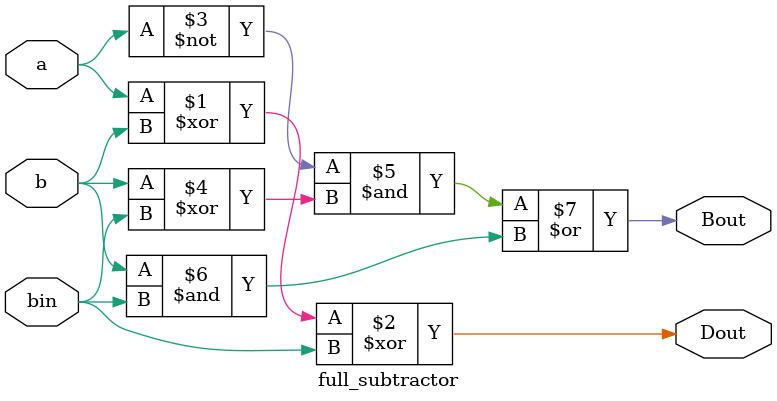
<source format=v>
`timescale 1ns / 1ps

module full_subtractor(
    input a,b,bin,  // taking three inputs a, b and bin
    output Dout,Bout //taking two outputs Difference and Borrow out
    );
    
    assign Dout = a^b^bin;  // calculating difference
    assign Bout = (~a & (b^bin)) | (b & bin) ;  //calculating borrow out
endmodule

</source>
